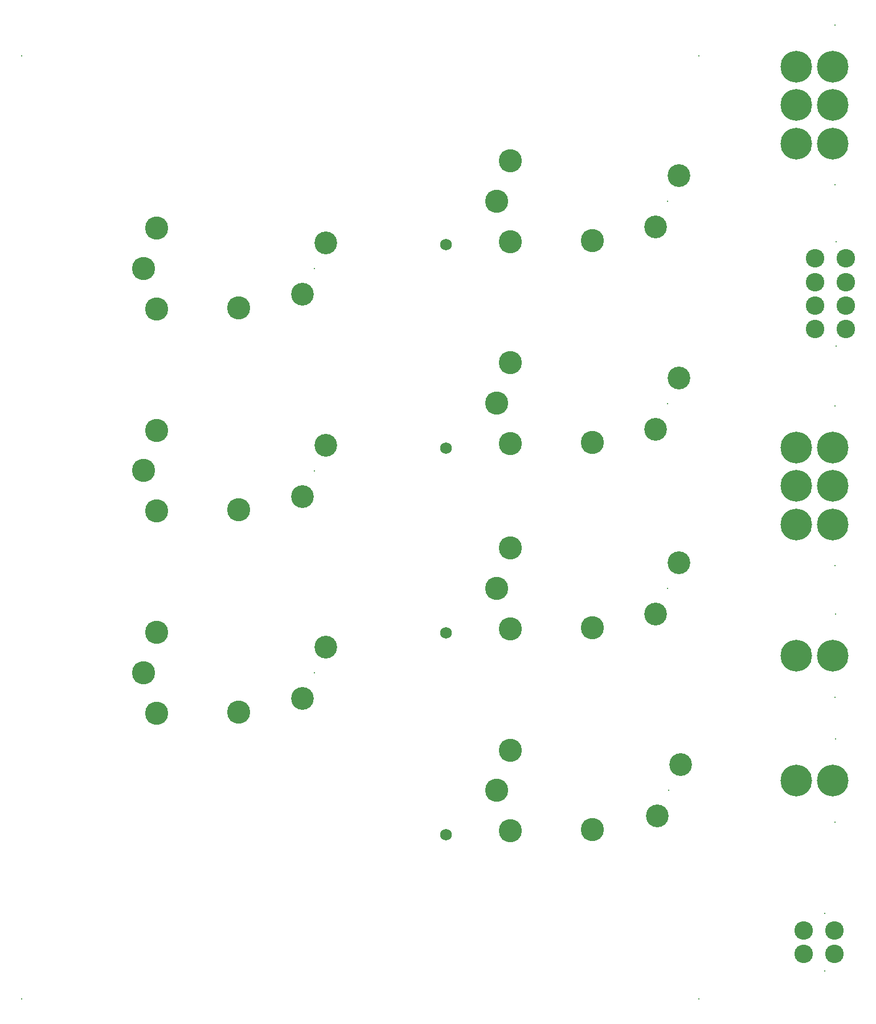
<source format=gbs>
%FSLAX44Y44*%
%MOMM*%
G71*
G01*
G75*
G04 Layer_Color=16711935*
%ADD10R,1.7500X2.6500*%
%ADD11C,1.0000*%
%ADD12C,3.0000*%
%ADD13R,22.0000X11.0000*%
%ADD14R,4.3180X4.3180*%
%ADD15R,14.5000X10.5160*%
%ADD16R,14.5000X16.0000*%
%ADD17R,38.5000X6.5000*%
%ADD18R,8.5000X7.3660*%
%ADD19R,9.5000X6.8580*%
%ADD20C,1.5240*%
%ADD21C,2.5500*%
%ADD22C,3.2375*%
%ADD23C,3.1750*%
%ADD24C,4.5000*%
%ADD25R,4.3180X4.8260*%
%ADD26R,4.3180X4.5720*%
%ADD27R,11.1760X5.3340*%
%ADD28R,21.0820X16.2560*%
%ADD29R,3.3020X3.3020*%
%ADD30R,4.5720X4.3180*%
%ADD31R,12.5000X107.5000*%
%ADD32R,11.6906X5.2607*%
%ADD33R,3.7348X2.9724*%
%ADD34R,3.5560X2.2860*%
%ADD35R,3.3020X2.3608*%
%ADD36R,4.0640X3.3020*%
%ADD37R,3.8537X3.0480*%
%ADD38R,5.3340X3.0480*%
%ADD39R,5.5880X3.5560*%
%ADD40R,4.3180X3.5560*%
%ADD41R,4.3180X3.0480*%
%ADD42R,13.2780X8.0000*%
%ADD43R,12.5000X6.3600*%
%ADD44R,4.5720X3.5560*%
%ADD45C,0.0051*%
%ADD46C,0.2540*%
%ADD47C,0.2032*%
%ADD48R,1.9532X2.8532*%
%ADD49C,0.2032*%
%ADD50C,1.7272*%
%ADD51C,2.7532*%
%ADD52C,3.4407*%
%ADD53C,3.3782*%
%ADD54C,4.7032*%
D49*
X668880Y200440D02*
D03*
Y1600440D02*
D03*
X1675380D02*
D03*
Y200440D02*
D03*
X1863090Y327260D02*
D03*
Y242260D02*
D03*
X1880000Y1170060D02*
D03*
Y1325000D02*
D03*
X1103810Y984746D02*
D03*
Y684746D02*
D03*
X1628810Y1084746D02*
D03*
X1103810Y1284746D02*
D03*
X1628810Y1384746D02*
D03*
Y809746D02*
D03*
X1631190Y510254D02*
D03*
X1878810Y586700D02*
D03*
X1878250Y463300D02*
D03*
X1878810Y771700D02*
D03*
X1878250Y648300D02*
D03*
Y1646700D02*
D03*
Y1409300D02*
D03*
Y1081000D02*
D03*
Y843600D02*
D03*
D50*
X1300000Y743740D02*
D03*
Y444020D02*
D03*
Y1018060D02*
D03*
Y1320320D02*
D03*
D51*
X1877060Y267260D02*
D03*
Y302260D02*
D03*
X1831340D02*
D03*
Y267260D02*
D03*
X1894200Y1300060D02*
D03*
X1848480D02*
D03*
Y1264910D02*
D03*
X1894200Y1265060D02*
D03*
Y1230060D02*
D03*
X1848200D02*
D03*
Y1195060D02*
D03*
X1894200D02*
D03*
D52*
X850000Y985000D02*
D03*
X870066Y925056D02*
D03*
Y1044944D02*
D03*
X991986Y926582D02*
D03*
X850000Y685000D02*
D03*
X870066Y625056D02*
D03*
Y744944D02*
D03*
X991986Y626582D02*
D03*
X1375000Y1085000D02*
D03*
X1395066Y1025056D02*
D03*
Y1144944D02*
D03*
X1516986Y1026582D02*
D03*
X850000Y1285000D02*
D03*
X870066Y1225056D02*
D03*
Y1344944D02*
D03*
X991986Y1226582D02*
D03*
X1375000Y1385000D02*
D03*
X1395066Y1325056D02*
D03*
Y1444944D02*
D03*
X1516986Y1326582D02*
D03*
X1375000Y810000D02*
D03*
X1395066Y750056D02*
D03*
Y869944D02*
D03*
X1516986Y751582D02*
D03*
X1375000Y510000D02*
D03*
X1395066Y450056D02*
D03*
Y569944D02*
D03*
X1516986Y451582D02*
D03*
D53*
X1086538Y946646D02*
D03*
X1121082Y1022846D02*
D03*
X1086538Y646646D02*
D03*
X1121082Y722846D02*
D03*
X1611538Y1046646D02*
D03*
X1646082Y1122846D02*
D03*
X1086538Y1246646D02*
D03*
X1121082Y1322846D02*
D03*
X1611538Y1346646D02*
D03*
X1646082Y1422846D02*
D03*
X1611538Y771646D02*
D03*
X1646082Y847846D02*
D03*
X1648462Y548354D02*
D03*
X1613918Y472154D02*
D03*
D54*
X1875000Y525000D02*
D03*
X1820390D02*
D03*
X1875000Y710000D02*
D03*
X1820390D02*
D03*
X1875000Y1585000D02*
D03*
X1820390D02*
D03*
Y1527850D02*
D03*
X1875000D02*
D03*
Y1470700D02*
D03*
X1820390D02*
D03*
X1875000Y1019300D02*
D03*
X1820390D02*
D03*
Y962150D02*
D03*
X1875000D02*
D03*
Y905000D02*
D03*
X1820390D02*
D03*
M02*

</source>
